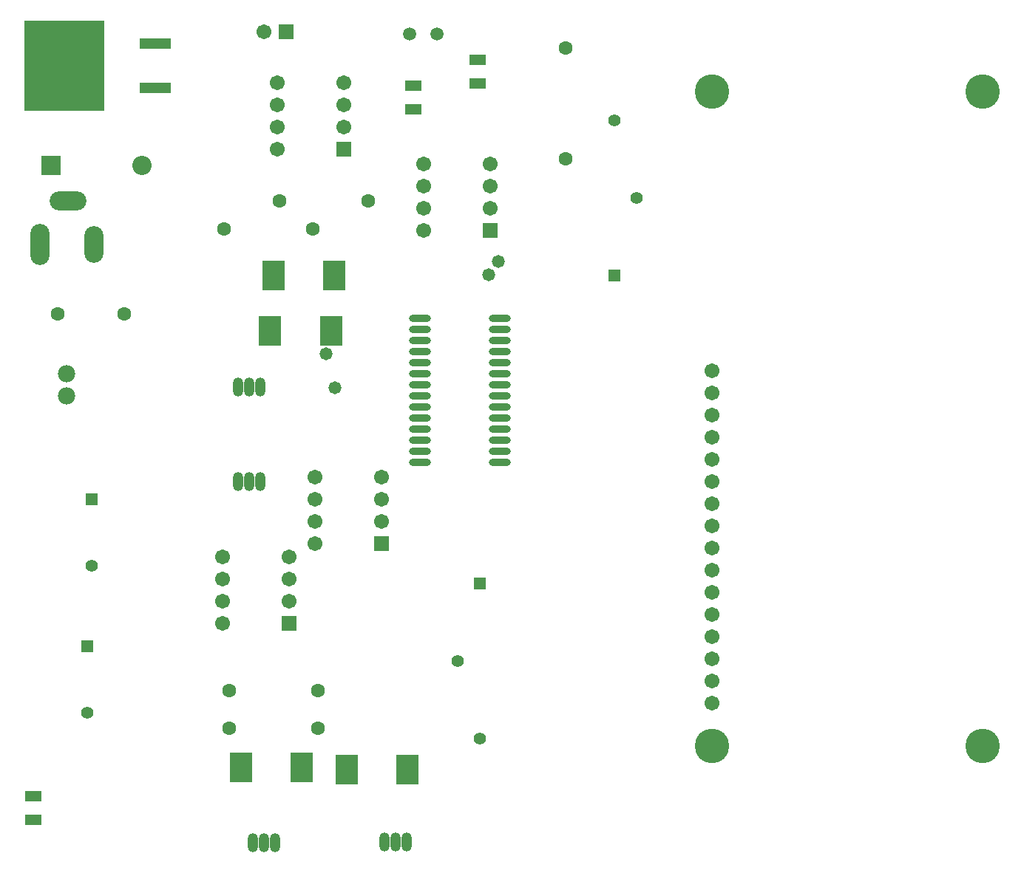
<source format=gts>
G04 Layer_Color=8388736*
%FSLAX24Y24*%
%MOIN*%
G70*
G01*
G75*
%ADD34R,0.1025X0.1379*%
%ADD35R,0.0749X0.0513*%
%ADD36O,0.0986X0.0316*%
%ADD37R,0.1419X0.0474*%
%ADD38R,0.3584X0.4115*%
%ADD39C,0.0631*%
%ADD40C,0.0552*%
%ADD41R,0.0552X0.0552*%
%ADD42C,0.1556*%
%ADD43C,0.0671*%
%ADD44O,0.0474X0.0867*%
%ADD45O,0.0474X0.0867*%
%ADD46R,0.0671X0.0671*%
%ADD47C,0.0671*%
%ADD48R,0.0671X0.0671*%
%ADD49C,0.0592*%
%ADD50C,0.0780*%
%ADD51O,0.1655X0.0867*%
%ADD52O,0.0867X0.1655*%
%ADD53O,0.0867X0.1852*%
%ADD54R,0.0867X0.0867*%
%ADD55C,0.0867*%
%ADD56C,0.0580*%
D34*
X53382Y63950D02*
D03*
X56118D02*
D03*
X53532Y66450D02*
D03*
X56268D02*
D03*
X56832Y44150D02*
D03*
X59568D02*
D03*
X52073Y44250D02*
D03*
X54809D02*
D03*
D35*
X59841Y73950D02*
D03*
Y75013D02*
D03*
X62741Y75100D02*
D03*
Y76163D02*
D03*
X42700Y41869D02*
D03*
Y42931D02*
D03*
D36*
X63733Y58000D02*
D03*
Y58500D02*
D03*
Y59000D02*
D03*
Y59500D02*
D03*
Y60000D02*
D03*
Y60500D02*
D03*
Y61000D02*
D03*
Y61500D02*
D03*
Y62000D02*
D03*
Y62500D02*
D03*
Y63000D02*
D03*
Y63500D02*
D03*
Y64000D02*
D03*
Y64500D02*
D03*
X60150Y58000D02*
D03*
Y58500D02*
D03*
Y59000D02*
D03*
Y59500D02*
D03*
Y60000D02*
D03*
Y60500D02*
D03*
Y61000D02*
D03*
Y61500D02*
D03*
Y62000D02*
D03*
Y62500D02*
D03*
Y63000D02*
D03*
Y63500D02*
D03*
Y64000D02*
D03*
Y64500D02*
D03*
D37*
X48207Y76900D02*
D03*
Y74900D02*
D03*
D38*
X44093Y75900D02*
D03*
D39*
X66700Y71700D02*
D03*
Y76700D02*
D03*
X51541Y46000D02*
D03*
X55541D02*
D03*
X51541Y47700D02*
D03*
X55541D02*
D03*
X51300Y68550D02*
D03*
X55300D02*
D03*
X53800Y69800D02*
D03*
X57800D02*
D03*
X46800Y64700D02*
D03*
X43800D02*
D03*
D40*
X69900Y69950D02*
D03*
X68900Y73450D02*
D03*
X61850Y49050D02*
D03*
X62850Y45550D02*
D03*
X45150Y46700D02*
D03*
X45350Y53350D02*
D03*
D41*
X68900Y66450D02*
D03*
X62850Y52550D02*
D03*
X45150Y49700D02*
D03*
X45350Y56350D02*
D03*
D42*
X73300Y74748D02*
D03*
X85505D02*
D03*
Y45221D02*
D03*
X73300D02*
D03*
D43*
Y62150D02*
D03*
Y61150D02*
D03*
Y60150D02*
D03*
Y59150D02*
D03*
Y58150D02*
D03*
Y57150D02*
D03*
Y56150D02*
D03*
Y55150D02*
D03*
Y54150D02*
D03*
Y53150D02*
D03*
Y52150D02*
D03*
Y51150D02*
D03*
Y50150D02*
D03*
Y49150D02*
D03*
Y48150D02*
D03*
Y47150D02*
D03*
X53100Y77450D02*
D03*
X44660Y69819D02*
D03*
X43872D02*
D03*
X45447Y67456D02*
D03*
Y68244D02*
D03*
D44*
X59541Y40882D02*
D03*
X58541D02*
D03*
X53600Y40850D02*
D03*
X52600D02*
D03*
X52950Y57150D02*
D03*
X51950D02*
D03*
X52950Y61400D02*
D03*
X51950D02*
D03*
D45*
X59041Y40882D02*
D03*
X53100Y40850D02*
D03*
X52450Y57150D02*
D03*
Y61400D02*
D03*
D46*
X54250Y50750D02*
D03*
X58400Y54350D02*
D03*
X56700Y72150D02*
D03*
X63291Y68481D02*
D03*
D47*
X54250Y51750D02*
D03*
Y52750D02*
D03*
Y53750D02*
D03*
X51250Y50750D02*
D03*
Y51750D02*
D03*
Y52750D02*
D03*
Y53750D02*
D03*
X58400Y55350D02*
D03*
Y56350D02*
D03*
Y57350D02*
D03*
X55400Y54350D02*
D03*
Y55350D02*
D03*
Y56350D02*
D03*
Y57350D02*
D03*
X56700Y73150D02*
D03*
Y74150D02*
D03*
Y75150D02*
D03*
X53700Y72150D02*
D03*
Y73150D02*
D03*
Y74150D02*
D03*
Y75150D02*
D03*
X63291Y69482D02*
D03*
Y70482D02*
D03*
Y71481D02*
D03*
X60291Y68481D02*
D03*
Y69482D02*
D03*
Y70482D02*
D03*
Y71481D02*
D03*
X43006Y68342D02*
D03*
Y67358D02*
D03*
D48*
X54100Y77450D02*
D03*
D49*
X60902Y77350D02*
D03*
X59681D02*
D03*
D50*
X44200Y61000D02*
D03*
Y62000D02*
D03*
D51*
X44266Y69819D02*
D03*
D52*
X45447Y67850D02*
D03*
D53*
X43006D02*
D03*
D54*
X43491Y71400D02*
D03*
D55*
X47609D02*
D03*
D56*
X63240Y66480D02*
D03*
X63660Y67090D02*
D03*
X56300Y61380D02*
D03*
X55890Y62910D02*
D03*
M02*

</source>
